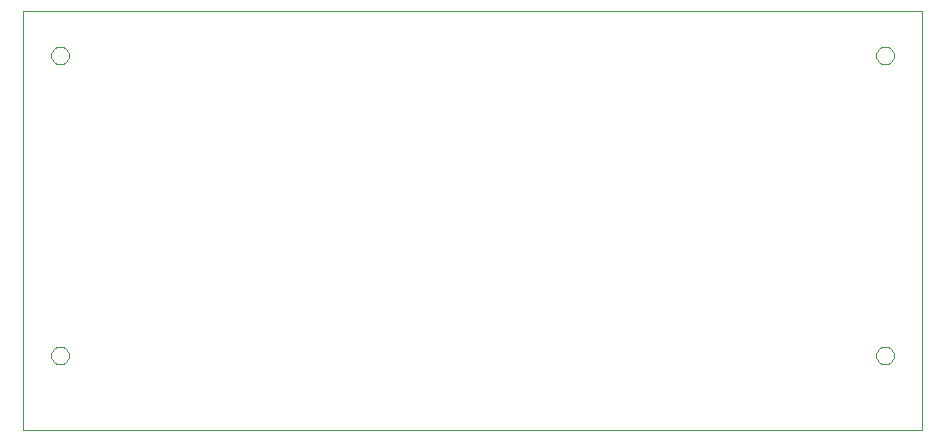
<source format=gbo>
G75*
G70*
%OFA0B0*%
%FSLAX24Y24*%
%IPPOS*%
%LPD*%
%AMOC8*
5,1,8,0,0,1.08239X$1,22.5*
%
%ADD10C,0.0000*%
D10*
X000101Y000151D02*
X000101Y014147D01*
X030096Y014147D01*
X030096Y000151D01*
X000101Y000151D01*
X001056Y002651D02*
X001058Y002685D01*
X001064Y002719D01*
X001074Y002752D01*
X001087Y002783D01*
X001105Y002813D01*
X001125Y002841D01*
X001149Y002866D01*
X001175Y002888D01*
X001203Y002906D01*
X001234Y002922D01*
X001266Y002934D01*
X001300Y002942D01*
X001334Y002946D01*
X001368Y002946D01*
X001402Y002942D01*
X001436Y002934D01*
X001468Y002922D01*
X001498Y002906D01*
X001527Y002888D01*
X001553Y002866D01*
X001577Y002841D01*
X001597Y002813D01*
X001615Y002783D01*
X001628Y002752D01*
X001638Y002719D01*
X001644Y002685D01*
X001646Y002651D01*
X001644Y002617D01*
X001638Y002583D01*
X001628Y002550D01*
X001615Y002519D01*
X001597Y002489D01*
X001577Y002461D01*
X001553Y002436D01*
X001527Y002414D01*
X001499Y002396D01*
X001468Y002380D01*
X001436Y002368D01*
X001402Y002360D01*
X001368Y002356D01*
X001334Y002356D01*
X001300Y002360D01*
X001266Y002368D01*
X001234Y002380D01*
X001203Y002396D01*
X001175Y002414D01*
X001149Y002436D01*
X001125Y002461D01*
X001105Y002489D01*
X001087Y002519D01*
X001074Y002550D01*
X001064Y002583D01*
X001058Y002617D01*
X001056Y002651D01*
X001056Y012651D02*
X001058Y012685D01*
X001064Y012719D01*
X001074Y012752D01*
X001087Y012783D01*
X001105Y012813D01*
X001125Y012841D01*
X001149Y012866D01*
X001175Y012888D01*
X001203Y012906D01*
X001234Y012922D01*
X001266Y012934D01*
X001300Y012942D01*
X001334Y012946D01*
X001368Y012946D01*
X001402Y012942D01*
X001436Y012934D01*
X001468Y012922D01*
X001498Y012906D01*
X001527Y012888D01*
X001553Y012866D01*
X001577Y012841D01*
X001597Y012813D01*
X001615Y012783D01*
X001628Y012752D01*
X001638Y012719D01*
X001644Y012685D01*
X001646Y012651D01*
X001644Y012617D01*
X001638Y012583D01*
X001628Y012550D01*
X001615Y012519D01*
X001597Y012489D01*
X001577Y012461D01*
X001553Y012436D01*
X001527Y012414D01*
X001499Y012396D01*
X001468Y012380D01*
X001436Y012368D01*
X001402Y012360D01*
X001368Y012356D01*
X001334Y012356D01*
X001300Y012360D01*
X001266Y012368D01*
X001234Y012380D01*
X001203Y012396D01*
X001175Y012414D01*
X001149Y012436D01*
X001125Y012461D01*
X001105Y012489D01*
X001087Y012519D01*
X001074Y012550D01*
X001064Y012583D01*
X001058Y012617D01*
X001056Y012651D01*
X028556Y012651D02*
X028558Y012685D01*
X028564Y012719D01*
X028574Y012752D01*
X028587Y012783D01*
X028605Y012813D01*
X028625Y012841D01*
X028649Y012866D01*
X028675Y012888D01*
X028703Y012906D01*
X028734Y012922D01*
X028766Y012934D01*
X028800Y012942D01*
X028834Y012946D01*
X028868Y012946D01*
X028902Y012942D01*
X028936Y012934D01*
X028968Y012922D01*
X028998Y012906D01*
X029027Y012888D01*
X029053Y012866D01*
X029077Y012841D01*
X029097Y012813D01*
X029115Y012783D01*
X029128Y012752D01*
X029138Y012719D01*
X029144Y012685D01*
X029146Y012651D01*
X029144Y012617D01*
X029138Y012583D01*
X029128Y012550D01*
X029115Y012519D01*
X029097Y012489D01*
X029077Y012461D01*
X029053Y012436D01*
X029027Y012414D01*
X028999Y012396D01*
X028968Y012380D01*
X028936Y012368D01*
X028902Y012360D01*
X028868Y012356D01*
X028834Y012356D01*
X028800Y012360D01*
X028766Y012368D01*
X028734Y012380D01*
X028703Y012396D01*
X028675Y012414D01*
X028649Y012436D01*
X028625Y012461D01*
X028605Y012489D01*
X028587Y012519D01*
X028574Y012550D01*
X028564Y012583D01*
X028558Y012617D01*
X028556Y012651D01*
X028556Y002651D02*
X028558Y002685D01*
X028564Y002719D01*
X028574Y002752D01*
X028587Y002783D01*
X028605Y002813D01*
X028625Y002841D01*
X028649Y002866D01*
X028675Y002888D01*
X028703Y002906D01*
X028734Y002922D01*
X028766Y002934D01*
X028800Y002942D01*
X028834Y002946D01*
X028868Y002946D01*
X028902Y002942D01*
X028936Y002934D01*
X028968Y002922D01*
X028998Y002906D01*
X029027Y002888D01*
X029053Y002866D01*
X029077Y002841D01*
X029097Y002813D01*
X029115Y002783D01*
X029128Y002752D01*
X029138Y002719D01*
X029144Y002685D01*
X029146Y002651D01*
X029144Y002617D01*
X029138Y002583D01*
X029128Y002550D01*
X029115Y002519D01*
X029097Y002489D01*
X029077Y002461D01*
X029053Y002436D01*
X029027Y002414D01*
X028999Y002396D01*
X028968Y002380D01*
X028936Y002368D01*
X028902Y002360D01*
X028868Y002356D01*
X028834Y002356D01*
X028800Y002360D01*
X028766Y002368D01*
X028734Y002380D01*
X028703Y002396D01*
X028675Y002414D01*
X028649Y002436D01*
X028625Y002461D01*
X028605Y002489D01*
X028587Y002519D01*
X028574Y002550D01*
X028564Y002583D01*
X028558Y002617D01*
X028556Y002651D01*
M02*

</source>
